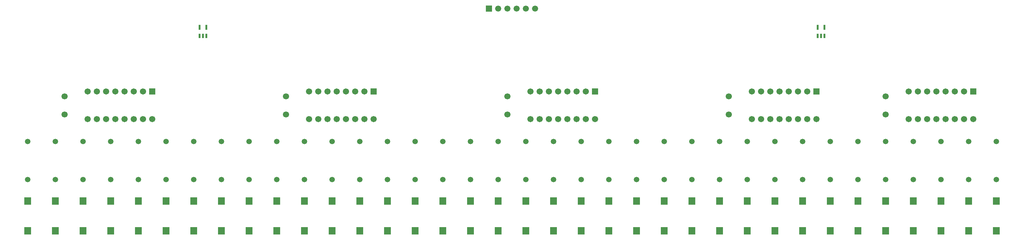
<source format=gts>
G04 Layer: TopSolderMaskLayer*
G04 EasyEDA v6.5.43, 2024-07-17 01:33:45*
G04 cb6e2e9fbd21486d88ae5690d2d3dc00,10*
G04 Gerber Generator version 0.2*
G04 Scale: 100 percent, Rotated: No, Reflected: No *
G04 Dimensions in inches *
G04 leading zeros omitted , absolute positions ,3 integer and 6 decimal *
%FSLAX36Y36*%
%MOIN*%

%AMMACRO1*4,1,8,-0.0343,-0.0394,-0.0355,-0.0382,-0.0355,0.0382,-0.0343,0.0394,0.0343,0.0394,0.0355,0.0382,0.0355,-0.0382,0.0343,-0.0394,-0.0343,-0.0394,0*%
%AMMACRO2*4,1,8,-0.0323,-0.0335,-0.0335,-0.0323,-0.0335,0.0323,-0.0323,0.0335,0.0323,0.0335,0.0335,0.0323,0.0335,-0.0323,0.0323,-0.0335,-0.0323,-0.0335,0*%
%AMMACRO3*4,1,8,-0.0105,-0.0248,-0.0116,-0.0236,-0.0116,0.0236,-0.0105,0.0248,0.0105,0.0248,0.0116,0.0236,0.0116,-0.0236,0.0105,-0.0248,-0.0105,-0.0248,0*%
%AMMACRO4*4,1,8,-0.0105,-0.0251,-0.0116,-0.024,-0.0116,0.024,-0.0105,0.0251,0.0105,0.0251,0.0116,0.024,0.0116,-0.024,0.0105,-0.0251,-0.0105,-0.0251,0*%
%AMMACRO5*4,1,8,-0.0318,-0.033,-0.033,-0.0318,-0.033,0.0318,-0.0318,0.033,0.0318,0.033,0.033,0.0318,0.033,-0.0318,0.0318,-0.033,-0.0318,-0.033,0*%
%ADD10C,0.0669*%
%ADD11C,0.0591*%
%ADD12MACRO1*%
%ADD13C,0.0670*%
%ADD14MACRO2*%
%ADD15MACRO3*%
%ADD16MACRO4*%
%ADD17C,0.0660*%
%ADD18MACRO5*%
%ADD19C,0.0153*%

%LPD*%
D10*
G01*
X600000Y1401579D03*
G01*
X600000Y1598429D03*
G01*
X3000000Y1401579D03*
G01*
X3000000Y1598429D03*
G01*
X5400000Y1401579D03*
G01*
X5400000Y1598429D03*
G01*
X7800000Y1401579D03*
G01*
X7800000Y1598429D03*
G01*
X9500000Y1401579D03*
G01*
X9500000Y1598429D03*
D11*
G01*
X200000Y693310D03*
G01*
X200000Y1106689D03*
G01*
X500000Y693310D03*
G01*
X500000Y1106689D03*
G01*
X800000Y693310D03*
G01*
X800000Y1106689D03*
G01*
X1100000Y693310D03*
G01*
X1100000Y1106689D03*
G01*
X1400000Y693310D03*
G01*
X1400000Y1106689D03*
G01*
X1700000Y693310D03*
G01*
X1700000Y1106689D03*
G01*
X2000000Y693310D03*
G01*
X2000000Y1106689D03*
G01*
X2300000Y693310D03*
G01*
X2300000Y1106689D03*
G01*
X2600000Y693310D03*
G01*
X2600000Y1106689D03*
G01*
X2900000Y693310D03*
G01*
X2900000Y1106689D03*
G01*
X3200000Y693310D03*
G01*
X3200000Y1106689D03*
G01*
X3500000Y693310D03*
G01*
X3500000Y1106689D03*
G01*
X3800000Y693310D03*
G01*
X3800000Y1106689D03*
G01*
X4100000Y693310D03*
G01*
X4100000Y1106689D03*
G01*
X4400000Y693310D03*
G01*
X4400000Y1106689D03*
G01*
X4700000Y693310D03*
G01*
X4700000Y1106689D03*
G01*
X5000000Y693310D03*
G01*
X5000000Y1106689D03*
G01*
X5300000Y693310D03*
G01*
X5300000Y1106689D03*
G01*
X5600000Y693310D03*
G01*
X5600000Y1106689D03*
G01*
X5900000Y693310D03*
G01*
X5900000Y1106689D03*
G01*
X6200000Y693310D03*
G01*
X6200000Y1106689D03*
G01*
X6500000Y693310D03*
G01*
X6500000Y1106689D03*
G01*
X6800000Y693310D03*
G01*
X6800000Y1106689D03*
G01*
X7100000Y693310D03*
G01*
X7100000Y1106689D03*
G01*
X7400000Y693310D03*
G01*
X7400000Y1106689D03*
G01*
X7700000Y693310D03*
G01*
X7700000Y1106689D03*
G01*
X8000000Y693310D03*
G01*
X8000000Y1106689D03*
G01*
X8300000Y693310D03*
G01*
X8300000Y1106689D03*
G01*
X8600000Y693310D03*
G01*
X8600000Y1106689D03*
G01*
X8900000Y693310D03*
G01*
X8900000Y1106689D03*
G01*
X9200000Y693310D03*
G01*
X9200000Y1106689D03*
G01*
X9500000Y693310D03*
G01*
X9500000Y1106689D03*
D12*
G01*
X200000Y138583D03*
G01*
X200000Y461417D03*
G01*
X500000Y138583D03*
G01*
X500000Y461417D03*
G01*
X800000Y138583D03*
G01*
X800000Y461417D03*
G01*
X1100000Y138583D03*
G01*
X1100000Y461417D03*
G01*
X1400000Y138583D03*
G01*
X1400000Y461417D03*
G01*
X1700000Y138583D03*
G01*
X1700000Y461417D03*
G01*
X2000000Y138583D03*
G01*
X2000000Y461417D03*
G01*
X2300000Y138583D03*
G01*
X2300000Y461417D03*
G01*
X2600000Y138583D03*
G01*
X2600000Y461417D03*
G01*
X2900000Y138583D03*
G01*
X2900000Y461417D03*
G01*
X3200000Y138583D03*
G01*
X3200000Y461417D03*
G01*
X3500000Y138583D03*
G01*
X3500000Y461417D03*
G01*
X3800000Y138583D03*
G01*
X3800000Y461417D03*
G01*
X4100000Y138583D03*
G01*
X4100000Y461417D03*
G01*
X4400000Y138583D03*
G01*
X4400000Y461417D03*
G01*
X4700000Y138583D03*
G01*
X4700000Y461417D03*
G01*
X5000000Y138583D03*
G01*
X5000000Y461417D03*
G01*
X5300000Y138583D03*
G01*
X5300000Y461417D03*
G01*
X5600000Y138583D03*
G01*
X5600000Y461417D03*
G01*
X5900000Y138583D03*
G01*
X5900000Y461417D03*
G01*
X6200000Y138583D03*
G01*
X6200000Y461417D03*
G01*
X6500000Y138583D03*
G01*
X6500000Y461417D03*
G01*
X6800000Y138583D03*
G01*
X6800000Y461417D03*
G01*
X7100000Y138583D03*
G01*
X7100000Y461417D03*
G01*
X7400000Y138583D03*
G01*
X7400000Y461417D03*
G01*
X7700000Y138583D03*
G01*
X7700000Y461417D03*
G01*
X8000000Y138583D03*
G01*
X8000000Y461417D03*
G01*
X8300000Y138583D03*
G01*
X8300000Y461417D03*
G01*
X8600000Y138583D03*
G01*
X8600000Y461417D03*
G01*
X8900000Y138583D03*
G01*
X8900000Y461417D03*
G01*
X9200000Y138583D03*
G01*
X9200000Y461417D03*
G01*
X9500000Y138583D03*
G01*
X9500000Y461417D03*
D11*
G01*
X9800000Y693310D03*
G01*
X9800000Y1106689D03*
G01*
X10100000Y693310D03*
G01*
X10100000Y1106689D03*
G01*
X10400000Y693310D03*
G01*
X10400000Y1106689D03*
G01*
X10700000Y693310D03*
G01*
X10700000Y1106689D03*
D12*
G01*
X9800000Y138583D03*
G01*
X9800000Y461417D03*
G01*
X10100000Y138583D03*
G01*
X10100000Y461417D03*
G01*
X10400000Y138583D03*
G01*
X10400000Y461417D03*
G01*
X10700000Y138583D03*
G01*
X10700000Y461417D03*
D13*
G01*
X1550000Y1350000D03*
G01*
X1450000Y1350000D03*
G01*
X1350000Y1350000D03*
G01*
X1250000Y1350000D03*
G01*
X1150000Y1350000D03*
G01*
X1050000Y1350000D03*
G01*
X950000Y1350000D03*
G01*
X850000Y1350000D03*
G01*
X850000Y1650000D03*
G01*
X950000Y1650000D03*
G01*
X1050000Y1650000D03*
G01*
X1150000Y1650000D03*
G01*
X1250000Y1650000D03*
G01*
X1350000Y1650000D03*
G01*
X1450000Y1650000D03*
D14*
G01*
X1550003Y1649998D03*
D13*
G01*
X3950000Y1350000D03*
G01*
X3850000Y1350000D03*
G01*
X3750000Y1350000D03*
G01*
X3650000Y1350000D03*
G01*
X3550000Y1350000D03*
G01*
X3450000Y1350000D03*
G01*
X3350000Y1350000D03*
G01*
X3250000Y1350000D03*
G01*
X3250000Y1650000D03*
G01*
X3350000Y1650000D03*
G01*
X3450000Y1650000D03*
G01*
X3550000Y1650000D03*
G01*
X3650000Y1650000D03*
G01*
X3750000Y1650000D03*
G01*
X3850000Y1650000D03*
D14*
G01*
X3950003Y1649998D03*
D13*
G01*
X6350000Y1350000D03*
G01*
X6250000Y1350000D03*
G01*
X6150000Y1350000D03*
G01*
X6050000Y1350000D03*
G01*
X5950000Y1350000D03*
G01*
X5850000Y1350000D03*
G01*
X5750000Y1350000D03*
G01*
X5650000Y1350000D03*
G01*
X5650000Y1650000D03*
G01*
X5750000Y1650000D03*
G01*
X5850000Y1650000D03*
G01*
X5950000Y1650000D03*
G01*
X6050000Y1650000D03*
G01*
X6150000Y1650000D03*
G01*
X6250000Y1650000D03*
D14*
G01*
X6350003Y1649998D03*
D13*
G01*
X8750000Y1350000D03*
G01*
X8650000Y1350000D03*
G01*
X8550000Y1350000D03*
G01*
X8450000Y1350000D03*
G01*
X8350000Y1350000D03*
G01*
X8250000Y1350000D03*
G01*
X8150000Y1350000D03*
G01*
X8050000Y1350000D03*
G01*
X8050000Y1650000D03*
G01*
X8150000Y1650000D03*
G01*
X8250000Y1650000D03*
G01*
X8350000Y1650000D03*
G01*
X8450000Y1650000D03*
G01*
X8550000Y1650000D03*
G01*
X8650000Y1650000D03*
D14*
G01*
X8750003Y1649998D03*
D13*
G01*
X10450000Y1350000D03*
G01*
X10350000Y1350000D03*
G01*
X10250000Y1350000D03*
G01*
X10150000Y1350000D03*
G01*
X10050000Y1350000D03*
G01*
X9950000Y1350000D03*
G01*
X9850000Y1350000D03*
G01*
X9750000Y1350000D03*
G01*
X9750000Y1650000D03*
G01*
X9850000Y1650000D03*
G01*
X9950000Y1650000D03*
G01*
X10050000Y1650000D03*
G01*
X10150000Y1650000D03*
G01*
X10250000Y1650000D03*
G01*
X10350000Y1650000D03*
D14*
G01*
X10450003Y1649998D03*
D15*
G01*
X8762600Y2254579D03*
G01*
X8800000Y2254579D03*
G01*
X8837399Y2254579D03*
D16*
G01*
X8837399Y2345419D03*
G01*
X8762600Y2345419D03*
D15*
G01*
X2062600Y2254579D03*
G01*
X2100000Y2254579D03*
G01*
X2137399Y2254579D03*
D16*
G01*
X2137399Y2345419D03*
G01*
X2062600Y2345419D03*
D17*
G01*
X5700000Y2550000D03*
G01*
X5600000Y2550000D03*
G01*
X5500000Y2550000D03*
G01*
X5400000Y2550000D03*
G01*
X5300000Y2550000D03*
D18*
G01*
X5200000Y2550000D03*
M02*

</source>
